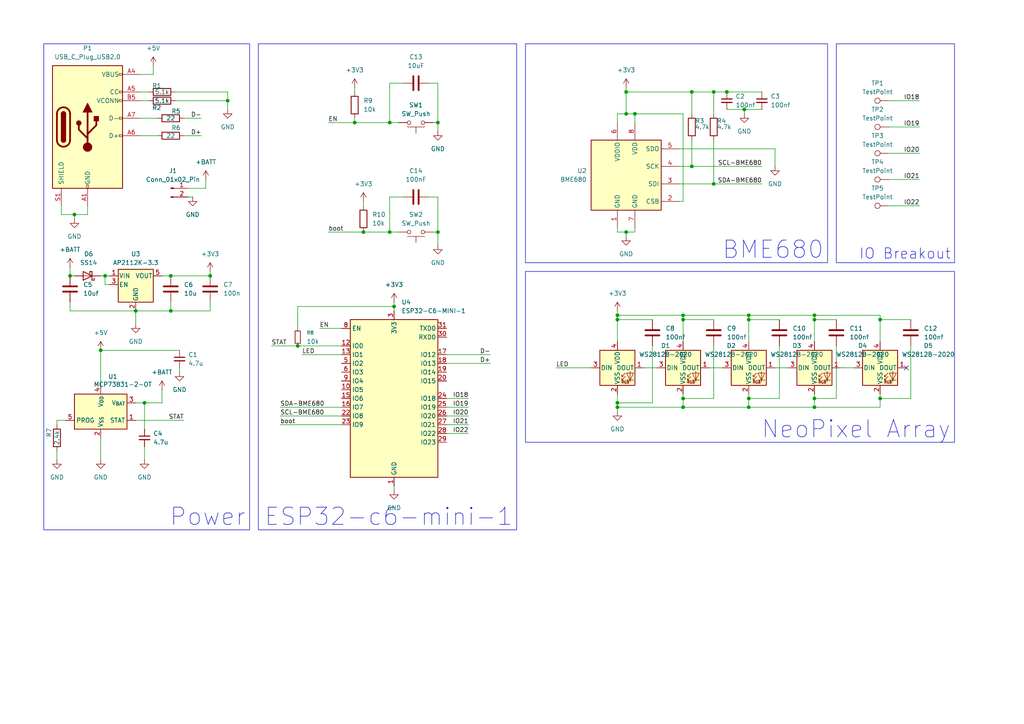
<source format=kicad_sch>
(kicad_sch (version 20250114) (generator "eeschema") (generator_version "9.0")
  (paper "A4")
  (lib_symbols
    (symbol "Battery_Management:MCP73831-2-OT"
      (property "Reference" "U" (at -7.62 6.35 0))
      (property "Value" "MCP73831-2-OT" (at 1.27 6.35 0))
      (symbol "MCP73831-2-OT_0_1"
        (rectangle (start -7.62 5.08) (end 7.62 -5.08) (stroke (width 0.254)) (fill (type background)))
      )
      (symbol "MCP73831-2-OT_1_1"
        (pin input line (at -10.16 -2.54 0) (length 2.54) (name "PROG") (number "5"))
        (pin power_in line (at 0 7.62 270) (length 2.54) (name "V_{DD}") (number "4"))
        (pin power_in line (at 0 -7.62 90) (length 2.54) (name "V_{SS}") (number "2"))
        (pin power_out line (at 10.16 2.54 180) (length 2.54) (name "V_{BAT}") (number "3"))
        (pin tri_state line (at 10.16 -2.54 180) (length 2.54) (name "STAT") (number "1"))
      )
    )
    (symbol "Connector:Conn_01x02_Pin" (pin_names (offset 1.016) (hide yes))
      (property "Reference" "J" (at 0 2.54 0))
      (property "Value" "Conn_01x02_Pin" (at 0 -5.08 0))
      (symbol "Conn_01x02_Pin_1_1"
        (rectangle (start 0.8636 0.127) (end 0 -0.127) (stroke (width 0.1524)) (fill (type outline)))
        (rectangle (start 0.8636 -2.413) (end 0 -2.667) (stroke (width 0.1524)) (fill (type outline)))
        (polyline (pts (xy 1.27 0) (xy 0.8636 0)) (stroke (width 0.1524)))
        (polyline (pts (xy 1.27 -2.54) (xy 0.8636 -2.54)) (stroke (width 0.1524)))
        (pin passive line (at 5.08 0 180) (length 3.81) (name "Pin_1") (number "1"))
        (pin passive line (at 5.08 -2.54 180) (length 3.81) (name "Pin_2") (number "2"))
      )
    )
    (symbol "Connector:TestPoint" (pin_numbers (hide yes)) (pin_names (offset 0.762) (hide yes))
      (property "Reference" "TP" (at 0 6.858 0))
      (property "Value" "TestPoint" (at 0 5.08 0))
      (symbol "TestPoint_0_1"
        (circle (center 0 3.302) (radius 0.762))
      )
      (symbol "TestPoint_1_1"
        (pin passive line (at 0 0 90) (length 2.54) (name "1") (number "1"))
      )
    )
    (symbol "Connector:USB_C_Plug_USB2.0" (pin_names (offset 1.016))
      (property "Reference" "P" (at -10.16 19.05 0))
      (property "Value" "USB_C_Plug_USB2.0" (at 12.7 19.05 0))
      (symbol "USB_C_Plug_USB2.0_0_0"
        (rectangle (start -0.254 -17.78) (end 0.254 -16.764))
        (rectangle (start 10.16 15.494) (end 9.144 14.986))
        (rectangle (start 10.16 10.414) (end 9.144 9.906))
        (rectangle (start 10.16 7.874) (end 9.144 7.366))
        (rectangle (start 10.16 2.794) (end 9.144 2.286))
        (rectangle (start 10.16 -2.286) (end 9.144 -2.794))
      )
      (symbol "USB_C_Plug_USB2.0_0_1"
        (rectangle (start -10.16 17.78) (end 10.16 -17.78) (stroke (width 0.254)) (fill (type background)))
        (polyline (pts (xy -8.89 -3.81) (xy -8.89 3.81)) (stroke (width 0.508)))
        (rectangle (start -7.62 -3.81) (end -6.35 3.81) (stroke (width 0.254)) (fill (type outline)))
        (arc (start -7.62 3.81) (mid -6.985 4.4423) (end -6.35 3.81) (stroke (width 0.254)))
        (arc (start -7.62 3.81) (mid -6.985 4.4423) (end -6.35 3.81) (stroke (width 0.254)) (fill (type outline)))
        (arc (start -8.89 3.81) (mid -6.985 5.7067) (end -5.08 3.81) (stroke (width 0.508)))
        (arc (start -5.08 -3.81) (mid -6.985 -5.7067) (end -8.89 -3.81) (stroke (width 0.508)))
        (arc (start -6.35 -3.81) (mid -6.985 -4.4423) (end -7.62 -3.81) (stroke (width 0.254)))
        (arc (start -6.35 -3.81) (mid -6.985 -4.4423) (end -7.62 -3.81) (stroke (width 0.254)) (fill (type outline)))
        (polyline (pts (xy -5.08 3.81) (xy -5.08 -3.81)) (stroke (width 0.508)))
        (circle (center -2.54 1.143) (radius 0.635) (stroke (width 0.254)) (fill (type outline)))
        (polyline (pts (xy -1.27 4.318) (xy 0 6.858) (xy 1.27 4.318) (xy -1.27 4.318)) (stroke (width 0.254)) (fill (type outline)))
        (polyline (pts (xy 0 -2.032) (xy 2.54 0.508) (xy 2.54 1.778)) (stroke (width 0.508)))
        (polyline (pts (xy 0 -3.302) (xy -2.54 -0.762) (xy -2.54 0.508)) (stroke (width 0.508)))
        (polyline (pts (xy 0 -5.842) (xy 0 4.318)) (stroke (width 0.508)))
        (circle (center 0 -5.842) (radius 1.27) (fill (type outline)))
        (rectangle (start 1.905 1.778) (end 3.175 3.048) (stroke (width 0.254)) (fill (type outline)))
      )
      (symbol "USB_C_Plug_USB2.0_1_1"
        (pin passive line (at -7.62 -22.86 90) (length 5.08) (name "SHIELD") (number "S1"))
        (pin passive line (at 0 -22.86 90) (length 5.08) (name "GND") (number "A1"))
        (pin passive line (at 0 -22.86 90) (length 5.08) (hide yes) (name "GND") (number "A12"))
        (pin passive line (at 0 -22.86 90) (length 5.08) (hide yes) (name "GND") (number "B1"))
        (pin passive line (at 0 -22.86 90) (length 5.08) (hide yes) (name "GND") (number "B12"))
        (pin passive line (at 15.24 15.24 180) (length 5.08) (name "VBUS") (number "A4"))
        (pin passive line (at 15.24 15.24 180) (length 5.08) (hide yes) (name "VBUS") (number "A9"))
        (pin passive line (at 15.24 15.24 180) (length 5.08) (hide yes) (name "VBUS") (number "B4"))
        (pin passive line (at 15.24 15.24 180) (length 5.08) (hide yes) (name "VBUS") (number "B9"))
        (pin bidirectional line (at 15.24 10.16 180) (length 5.08) (name "CC") (number "A5"))
        (pin bidirectional line (at 15.24 7.62 180) (length 5.08) (name "VCONN") (number "B5"))
        (pin bidirectional line (at 15.24 2.54 180) (length 5.08) (name "D-") (number "A7"))
        (pin bidirectional line (at 15.24 -2.54 180) (length 5.08) (name "D+") (number "A6"))
      )
    )
    (symbol "Device:C" (pin_numbers (hide yes)) (pin_names (offset 0.254))
      (property "Reference" "C" (at 0.635 2.54 0))
      (property "Value" "C" (at 0.635 -2.54 0))
      (symbol "C_0_1"
        (polyline (pts (xy -2.032 0.762) (xy 2.032 0.762)) (stroke (width 0.508)))
        (polyline (pts (xy -2.032 -0.762) (xy 2.032 -0.762)) (stroke (width 0.508)))
      )
      (symbol "C_1_1"
        (pin passive line (at 0 3.81 270) (length 2.794) (name "~") (number "1"))
        (pin passive line (at 0 -3.81 90) (length 2.794) (name "~") (number "2"))
      )
    )
    (symbol "Device:C_Small" (pin_numbers (hide yes)) (pin_names (offset 0.254) (hide yes))
      (property "Reference" "C" (at 0.254 1.778 0))
      (property "Value" "C_Small" (at 0.254 -2.032 0))
      (symbol "C_Small_0_1"
        (polyline (pts (xy -1.524 0.508) (xy 1.524 0.508)) (stroke (width 0.3048)))
        (polyline (pts (xy -1.524 -0.508) (xy 1.524 -0.508)) (stroke (width 0.3302)))
      )
      (symbol "C_Small_1_1"
        (pin passive line (at 0 2.54 270) (length 2.032) (name "~") (number "1"))
        (pin passive line (at 0 -2.54 90) (length 2.032) (name "~") (number "2"))
      )
    )
    (symbol "Device:R" (pin_numbers (hide yes)) (pin_names (offset 0))
      (property "Reference" "R" (at 2.032 0 90))
      (property "Value" "R" (at 0 0 90))
      (symbol "R_0_1"
        (rectangle (start -1.016 -2.54) (end 1.016 2.54) (stroke (width 0.254)))
      )
      (symbol "R_1_1"
        (pin passive line (at 0 3.81 270) (length 1.27) (name "~") (number "1"))
        (pin passive line (at 0 -3.81 90) (length 1.27) (name "~") (number "2"))
      )
    )
    (symbol "Device:R_Small" (pin_numbers (hide yes)) (pin_names (offset 0.254) (hide yes))
      (property "Reference" "R" (at 0 0 90))
      (property "Value" "R_Small" (at 1.778 0 90))
      (symbol "R_Small_0_1"
        (rectangle (start -0.762 1.778) (end 0.762 -1.778) (stroke (width 0.2032)))
      )
      (symbol "R_Small_1_1"
        (pin passive line (at 0 2.54 270) (length 0.762) (name "~") (number "1"))
        (pin passive line (at 0 -2.54 90) (length 0.762) (name "~") (number "2"))
      )
    )
    (symbol "Diode:SS14" (pin_numbers (hide yes)) (pin_names (offset 1.016) (hide yes))
      (property "Reference" "D" (at 0 2.54 0))
      (property "Value" "SS14" (at 0 -2.54 0))
      (symbol "SS14_0_1"
        (polyline (pts (xy -1.905 0.635) (xy -1.905 1.27) (xy -1.27 1.27) (xy -1.27 -1.27) (xy -0.635 -1.27) (xy -0.635 -0.635)) (stroke (width 0.254)))
        (polyline (pts (xy 1.27 1.27) (xy 1.27 -1.27) (xy -1.27 0) (xy 1.27 1.27)) (stroke (width 0.254)))
        (polyline (pts (xy 1.27 0) (xy -1.27 0)))
      )
      (symbol "SS14_1_1"
        (pin passive line (at -3.81 0 0) (length 2.54) (name "K") (number "1"))
        (pin passive line (at 3.81 0 180) (length 2.54) (name "A") (number "2"))
      )
    )
    (symbol "LED:WS2812B-2020" (pin_names (offset 0.254))
      (property "Reference" "D" (at 5.08 5.715 0))
      (property "Value" "WS2812B-2020" (at 1.27 -5.715 0))
      (symbol "WS2812B-2020_0_0"
        (text "RGB" (at 2.286 -4.191 0) (effects (font (size 0.762 0.762))))
      )
      (symbol "WS2812B-2020_0_1"
        (polyline (pts (xy 1.27 -2.54) (xy 1.778 -2.54)))
        (polyline (pts (xy 1.27 -3.556) (xy 1.778 -3.556)))
        (polyline (pts (xy 2.286 -1.524) (xy 1.27 -2.54) (xy 1.27 -2.032)))
        (polyline (pts (xy 2.286 -2.54) (xy 1.27 -3.556) (xy 1.27 -3.048)))
        (polyline (pts (xy 3.683 -1.016) (xy 3.683 -3.556) (xy 3.683 -4.064)))
        (polyline (pts (xy 4.699 -1.524) (xy 2.667 -1.524) (xy 3.683 -3.556) (xy 4.699 -1.524)))
        (polyline (pts (xy 4.699 -3.556) (xy 2.667 -3.556)))
        (rectangle (start 5.08 5.08) (end -5.08 -5.08) (stroke (width 0.254)) (fill (type background)))
      )
      (symbol "WS2812B-2020_1_1"
        (pin input line (at -7.62 0 0) (length 2.54) (name "DIN") (number "3"))
        (pin power_in line (at 0 7.62 270) (length 2.54) (name "VDD") (number "4"))
        (pin power_in line (at 0 -7.62 90) (length 2.54) (name "VSS") (number "2"))
        (pin output line (at 7.62 0 180) (length 2.54) (name "DOUT") (number "1"))
      )
    )
    (symbol "RF_Module:ESP32-C6-MINI-1"
      (property "Reference" "U" (at -11.43 24.13 0))
      (property "Value" "ESP32-C6-MINI-1" (at 12.7 24.13 0))
      (symbol "ESP32-C6-MINI-1_0_1"
        (rectangle (start -12.7 22.86) (end 12.7 -22.86) (stroke (width 0.254)) (fill (type background)))
      )
      (symbol "ESP32-C6-MINI-1_1_1"
        (pin input line (at -15.24 20.32 0) (length 2.54) (name "EN") (number "8"))
        (pin bidirectional line (at -15.24 15.24 0) (length 2.54) (name "IO0") (number "12"))
        (pin bidirectional line (at -15.24 12.7 0) (length 2.54) (name "IO1") (number "13"))
        (pin bidirectional line (at -15.24 10.16 0) (length 2.54) (name "IO2") (number "5"))
        (pin bidirectional line (at -15.24 7.62 0) (length 2.54) (name "IO3") (number "6"))
        (pin bidirectional line (at -15.24 5.08 0) (length 2.54) (name "IO4") (number "9"))
        (pin bidirectional line (at -15.24 2.54 0) (length 2.54) (name "IO5") (number "10"))
        (pin bidirectional line (at -15.24 0 0) (length 2.54) (name "IO6") (number "15"))
        (pin bidirectional line (at -15.24 -2.54 0) (length 2.54) (name "IO7") (number "16"))
        (pin bidirectional line (at -15.24 -5.08 0) (length 2.54) (name "IO8") (number "22"))
        (pin bidirectional line (at -15.24 -7.62 0) (length 2.54) (name "IO9") (number "23"))
        (pin no_connect line (at -12.7 -12.7 0) (length 2.54) (hide yes) (name "NC") (number "32"))
        (pin no_connect line (at -12.7 -15.24 0) (length 2.54) (hide yes) (name "NC") (number "33"))
        (pin no_connect line (at -12.7 -17.78 0) (length 2.54) (hide yes) (name "NC") (number "34"))
        (pin no_connect line (at -12.7 -20.32 0) (length 2.54) (hide yes) (name "NC") (number "35"))
        (pin power_in line (at 0 25.4 270) (length 2.54) (name "3V3") (number "3"))
        (pin power_in line (at 0 -25.4 90) (length 2.54) (name "GND") (number "1"))
        (pin passive line (at 0 -25.4 90) (length 2.54) (hide yes) (name "GND") (number "11"))
        (pin passive line (at 0 -25.4 90) (length 2.54) (hide yes) (name "GND") (number "14"))
        (pin passive line (at 0 -25.4 90) (length 2.54) (hide yes) (name "GND") (number "2"))
        (pin passive line (at 0 -25.4 90) (length 2.54) (hide yes) (name "GND") (number "36"))
        (pin passive line (at 0 -25.4 90) (length 2.54) (hide yes) (name "GND") (number "37"))
        (pin passive line (at 0 -25.4 90) (length 2.54) (hide yes) (name "GND") (number "38"))
        (pin passive line (at 0 -25.4 90) (length 2.54) (hide yes) (name "GND") (number "39"))
        (pin passive line (at 0 -25.4 90) (length 2.54) (hide yes) (name "GND") (number "40"))
        (pin passive line (at 0 -25.4 90) (length 2.54) (hide yes) (name "GND") (number "41"))
        (pin passive line (at 0 -25.4 90) (length 2.54) (hide yes) (name "GND") (number "42"))
        (pin passive line (at 0 -25.4 90) (length 2.54) (hide yes) (name "GND") (number "43"))
        (pin passive line (at 0 -25.4 90) (length 2.54) (hide yes) (name "GND") (number "44"))
        (pin passive line (at 0 -25.4 90) (length 2.54) (hide yes) (name "GND") (number "45"))
        (pin passive line (at 0 -25.4 90) (length 2.54) (hide yes) (name "GND") (number "46"))
        (pin passive line (at 0 -25.4 90) (length 2.54) (hide yes) (name "GND") (number "47"))
        (pin passive line (at 0 -25.4 90) (length 2.54) (hide yes) (name "GND") (number "48"))
        (pin passive line (at 0 -25.4 90) (length 2.54) (hide yes) (name "GND") (number "49"))
        (pin passive line (at 0 -25.4 90) (length 2.54) (hide yes) (name "GND") (number "50"))
        (pin passive line (at 0 -25.4 90) (length 2.54) (hide yes) (name "GND") (number "51"))
        (pin passive line (at 0 -25.4 90) (length 2.54) (hide yes) (name "GND") (number "52"))
        (pin passive line (at 0 -25.4 90) (length 2.54) (hide yes) (name "GND") (number "53"))
        (pin no_connect line (at 12.7 -15.24 180) (length 2.54) (hide yes) (name "NC") (number "4"))
        (pin no_connect line (at 12.7 -17.78 180) (length 2.54) (hide yes) (name "NC") (number "7"))
        (pin no_connect line (at 12.7 -20.32 180) (length 2.54) (hide yes) (name "NC") (number "21"))
        (pin bidirectional line (at 15.24 20.32 180) (length 2.54) (name "TXD0") (number "31"))
        (pin bidirectional line (at 15.24 17.78 180) (length 2.54) (name "RXD0") (number "30"))
        (pin bidirectional line (at 15.24 12.7 180) (length 2.54) (name "IO12") (number "17"))
        (pin bidirectional line (at 15.24 10.16 180) (length 2.54) (name "IO13") (number "18"))
        (pin bidirectional line (at 15.24 7.62 180) (length 2.54) (name "IO14") (number "19"))
        (pin bidirectional line (at 15.24 5.08 180) (length 2.54) (name "IO15") (number "20"))
        (pin bidirectional line (at 15.24 0 180) (length 2.54) (name "IO18") (number "24"))
        (pin bidirectional line (at 15.24 -2.54 180) (length 2.54) (name "IO19") (number "25"))
        (pin bidirectional line (at 15.24 -5.08 180) (length 2.54) (name "IO20") (number "26"))
        (pin bidirectional line (at 15.24 -7.62 180) (length 2.54) (name "IO21") (number "27"))
        (pin bidirectional line (at 15.24 -10.16 180) (length 2.54) (name "IO22") (number "28"))
        (pin bidirectional line (at 15.24 -12.7 180) (length 2.54) (name "IO23") (number "29"))
      )
    )
    (symbol "Regulator_Linear:AP2112K-3.3" (pin_names (offset 0.254))
      (property "Reference" "U" (at -5.08 5.715 0))
      (property "Value" "AP2112K-3.3" (at 0 5.715 0))
      (symbol "AP2112K-3.3_0_1"
        (rectangle (start -5.08 4.445) (end 5.08 -5.08) (stroke (width 0.254)) (fill (type background)))
      )
      (symbol "AP2112K-3.3_1_1"
        (pin power_in line (at -7.62 2.54 0) (length 2.54) (name "VIN") (number "1"))
        (pin input line (at -7.62 0 0) (length 2.54) (name "EN") (number "3"))
        (pin power_in line (at 0 -7.62 90) (length 2.54) (name "GND") (number "2"))
        (pin no_connect line (at 5.08 0 180) (length 2.54) (hide yes) (name "NC") (number "4"))
        (pin power_out line (at 7.62 2.54 180) (length 2.54) (name "VOUT") (number "5"))
      )
    )
    (symbol "Sensor:BME680"
      (property "Reference" "U" (at -8.89 11.43 0))
      (property "Value" "BME680" (at 7.62 11.43 0))
      (symbol "BME680_0_1"
        (rectangle (start -10.16 10.16) (end 10.16 -10.16) (stroke (width 0.254)) (fill (type background)))
      )
      (symbol "BME680_1_1"
        (pin power_in line (at -2.54 15.24 270) (length 5.08) (name "VDDIO") (number "6"))
        (pin power_in line (at -2.54 -15.24 90) (length 5.08) (name "GND") (number "1"))
        (pin power_in line (at 2.54 15.24 270) (length 5.08) (name "VDD") (number "8"))
        (pin power_in line (at 2.54 -15.24 90) (length 5.08) (name "GND") (number "7"))
        (pin bidirectional line (at 15.24 7.62 180) (length 5.08) (name "SDO") (number "5"))
        (pin input line (at 15.24 2.54 180) (length 5.08) (name "SCK") (number "4"))
        (pin bidirectional line (at 15.24 -2.54 180) (length 5.08) (name "SDI") (number "3"))
        (pin input line (at 15.24 -7.62 180) (length 5.08) (name "CSB") (number "2"))
      )
    )
    (symbol "Switch:SW_Push" (pin_numbers (hide yes)) (pin_names (offset 1.016) (hide yes))
      (property "Reference" "SW" (at 1.27 2.54 0))
      (property "Value" "SW_Push" (at 0 -1.524 0))
      (symbol "SW_Push_0_1"
        (circle (center -2.032 0) (radius 0.508))
        (polyline (pts (xy 0 1.27) (xy 0 3.048)))
        (circle (center 2.032 0) (radius 0.508))
        (polyline (pts (xy 2.54 1.27) (xy -2.54 1.27)))
        (pin passive line (at -5.08 0 0) (length 2.54) (name "1") (number "1"))
        (pin passive line (at 5.08 0 180) (length 2.54) (name "2") (number "2"))
      )
    )
    (symbol "power:+3V3" (power) (pin_numbers (hide yes)) (pin_names (offset 0) (hide yes))
      (property "Value" "+3V3" (at 0 3.556 0))
      (symbol "+3V3_0_1"
        (polyline (pts (xy -0.762 1.27) (xy 0 2.54)))
        (polyline (pts (xy 0 2.54) (xy 0.762 1.27)))
        (polyline (pts (xy 0 0) (xy 0 2.54)))
      )
      (symbol "+3V3_1_1"
        (pin power_in line (at 0 0 90) (length 0) (name "~") (number "1"))
      )
    )
    (symbol "power:+5V" (power) (pin_numbers (hide yes)) (pin_names (offset 0) (hide yes))
      (property "Value" "+5V" (at 0 3.556 0))
      (symbol "+5V_0_1"
        (polyline (pts (xy -0.762 1.27) (xy 0 2.54)))
        (polyline (pts (xy 0 2.54) (xy 0.762 1.27)))
        (polyline (pts (xy 0 0) (xy 0 2.54)))
      )
      (symbol "+5V_1_1"
        (pin power_in line (at 0 0 90) (length 0) (name "~") (number "1"))
      )
    )
    (symbol "power:+BATT" (power) (pin_numbers (hide yes)) (pin_names (offset 0) (hide yes))
      (property "Value" "+BATT" (at 0 3.556 0))
      (symbol "+BATT_0_1"
        (polyline (pts (xy -0.762 1.27) (xy 0 2.54)))
        (polyline (pts (xy 0 2.54) (xy 0.762 1.27)))
        (polyline (pts (xy 0 0) (xy 0 2.54)))
      )
      (symbol "+BATT_1_1"
        (pin power_in line (at 0 0 90) (length 0) (name "~") (number "1"))
      )
    )
    (symbol "power:GND" (power) (pin_numbers (hide yes)) (pin_names (offset 0) (hide yes))
      (property "Value" "GND" (at 0 -3.81 0))
      (symbol "GND_0_1"
        (polyline (pts (xy 0 0) (xy 0 -1.27) (xy 1.27 -1.27) (xy 0 -2.54) (xy -1.27 -1.27) (xy 0 -1.27)))
      )
      (symbol "GND_1_1"
        (pin power_in line (at 0 0 270) (length 0) (name "~") (number "1"))
      )
    )
  )
  (text_box "ESP32-c6-mini-1" (at 74.93 12.7 0) (size 74.93 140.97) (margins 0.9525 0.9525 0.9525 0.9525) (effects (font (size 5 5)) (justify right bottom)))
  (text_box "NeoPixel Array" (at 152.4 78.74 0) (size 124.46 49.53) (margins 0.9525 0.9525 0.9525 0.9525) (effects (font (size 5 5)) (justify right bottom)))
  (text_box "IO Breakout" (at 242.57 12.7 0) (size 34.29 63.5) (margins 0.9525 0.9525 0.9525 0.9525) (effects (font (size 3 3)) (justify right bottom)))
  (text_box "Power" (at 12.7 12.7 0) (size 59.69 140.97) (margins 0.9525 0.9525 0.9525 0.9525) (effects (font (size 5 5)) (justify right bottom)))
  (text_box "BME680" (at 152.4 12.7 0) (size 87.63 63.5) (margins 0.9525 0.9525 0.9525 0.9525) (effects (font (size 5 5)) (justify right bottom)))
  (junction (at 127 35.56))
  (junction (at 198.12 92.71))
  (junction (at 20.32 80.01))
  (junction (at 21.59 62.23))
  (junction (at 113.03 67.31))
  (junction (at 200.66 26.67))
  (junction (at 236.22 118.11))
  (junction (at 236.22 115.57))
  (junction (at 30.48 80.01))
  (junction (at 217.17 115.57))
  (junction (at 181.61 26.67))
  (junction (at 210.82 26.67))
  (junction (at 198.12 118.11))
  (junction (at 184.15 33.02))
  (junction (at 179.07 118.11))
  (junction (at 179.07 116.84))
  (junction (at 113.03 35.56))
  (junction (at 255.27 92.71))
  (junction (at 86.36 100.33))
  (junction (at 66.04 29.21))
  (junction (at 49.53 80.01))
  (junction (at 49.53 90.17))
  (junction (at 114.3 88.9))
  (junction (at 102.87 35.56))
  (junction (at 198.12 91.44))
  (junction (at 217.17 91.44))
  (junction (at 60.96 80.01))
  (junction (at 217.17 92.71))
  (junction (at 198.12 115.57))
  (junction (at 207.01 26.67))
  (junction (at 255.27 115.57))
  (junction (at 179.07 92.71))
  (junction (at 215.9 31.75))
  (junction (at 105.41 67.31))
  (junction (at 127 67.31))
  (junction (at 39.37 90.17))
  (junction (at 207.01 53.34))
  (junction (at 29.21 101.6))
  (junction (at 181.61 33.02))
  (junction (at 179.07 91.44))
  (junction (at 236.22 92.71))
  (junction (at 217.17 118.11))
  (junction (at 200.66 48.26))
  (junction (at 236.22 91.44))
  (junction (at 41.91 116.84))
  (junction (at 181.61 67.31))
  (no_connect (at 262.89 106.68))
  (wire (pts (xy 179.07 116.84) (xy 179.07 118.11)))
  (wire (pts (xy 242.57 115.57) (xy 236.22 115.57)))
  (wire (pts (xy 39.37 90.17) (xy 49.53 90.17)))
  (wire (pts (xy 198.12 33.02) (xy 184.15 33.02)))
  (wire (pts (xy 46.99 113.03) (xy 46.99 116.84)))
  (wire (pts (xy 224.79 43.18) (xy 224.79 48.26)))
  (wire (pts (xy 135.89 123.19) (xy 129.54 123.19)))
  (wire (pts (xy 198.12 91.44) (xy 217.17 91.44)))
  (wire (pts (xy 86.36 100.33) (xy 99.06 100.33)))
  (wire (pts (xy 226.06 100.33) (xy 226.06 115.57)))
  (wire (pts (xy 20.32 90.17) (xy 39.37 90.17)))
  (wire (pts (xy 127 57.15) (xy 127 67.31)))
  (wire (pts (xy 236.22 118.11) (xy 217.17 118.11)))
  (wire (pts (xy 196.85 43.18) (xy 224.79 43.18)))
  (wire (pts (xy 16.51 121.92) (xy 16.51 123.19)))
  (wire (pts (xy 102.87 34.29) (xy 102.87 35.56)))
  (wire (pts (xy 142.24 105.41) (xy 129.54 105.41)))
  (wire (pts (xy 196.85 58.42) (xy 198.12 58.42)))
  (wire (pts (xy 200.66 40.64) (xy 200.66 48.26)))
  (wire (pts (xy 21.59 80.01) (xy 20.32 80.01)))
  (wire (pts (xy 40.64 29.21) (xy 43.18 29.21)))
  (wire (pts (xy 198.12 99.06) (xy 198.12 92.71)))
  (wire (pts (xy 266.7 59.69) (xy 257.81 59.69)))
  (wire (pts (xy 135.89 125.73) (xy 129.54 125.73)))
  (wire (pts (xy 20.32 77.47) (xy 20.32 80.01)))
  (wire (pts (xy 114.3 142.24) (xy 114.3 140.97)))
  (wire (pts (xy 29.21 101.6) (xy 52.07 101.6)))
  (wire (pts (xy 264.16 100.33) (xy 264.16 115.57)))
  (wire (pts (xy 40.64 39.37) (xy 45.72 39.37)))
  (wire (pts (xy 236.22 92.71) (xy 242.57 92.71)))
  (wire (pts (xy 196.85 48.26) (xy 200.66 48.26)))
  (wire (pts (xy 60.96 78.74) (xy 60.96 80.01)))
  (wire (pts (xy 181.61 67.31) (xy 184.15 67.31)))
  (wire (pts (xy 236.22 91.44) (xy 255.27 91.44)))
  (wire (pts (xy 207.01 26.67) (xy 210.82 26.67)))
  (wire (pts (xy 25.4 59.69) (xy 25.4 62.23)))
  (wire (pts (xy 41.91 116.84) (xy 39.37 116.84)))
  (wire (pts (xy 200.66 26.67) (xy 200.66 33.02)))
  (wire (pts (xy 105.41 58.42) (xy 105.41 59.69)))
  (wire (pts (xy 266.7 44.45) (xy 257.81 44.45)))
  (wire (pts (xy 189.23 100.33) (xy 189.23 116.84)))
  (wire (pts (xy 49.53 87.63) (xy 49.53 90.17)))
  (wire (pts (xy 116.84 24.13) (xy 113.03 24.13)))
  (wire (pts (xy 198.12 92.71) (xy 198.12 91.44)))
  (wire (pts (xy 102.87 25.4) (xy 102.87 26.67)))
  (wire (pts (xy 125.73 67.31) (xy 127 67.31)))
  (wire (pts (xy 116.84 57.15) (xy 113.03 57.15)))
  (wire (pts (xy 16.51 133.35) (xy 16.51 130.81)))
  (wire (pts (xy 19.05 121.92) (xy 16.51 121.92)))
  (wire (pts (xy 81.28 118.11) (xy 99.06 118.11)))
  (wire (pts (xy 31.75 82.55) (xy 30.48 82.55)))
  (wire (pts (xy 236.22 115.57) (xy 236.22 118.11)))
  (wire (pts (xy 17.78 59.69) (xy 17.78 62.23)))
  (wire (pts (xy 198.12 92.71) (xy 207.01 92.71)))
  (wire (pts (xy 181.61 33.02) (xy 184.15 33.02)))
  (wire (pts (xy 52.07 107.95) (xy 52.07 106.68)))
  (wire (pts (xy 113.03 67.31) (xy 115.57 67.31)))
  (wire (pts (xy 189.23 116.84) (xy 179.07 116.84)))
  (wire (pts (xy 179.07 92.71) (xy 189.23 92.71)))
  (wire (pts (xy 215.9 33.02) (xy 215.9 31.75)))
  (wire (pts (xy 179.07 66.04) (xy 179.07 67.31)))
  (wire (pts (xy 127 24.13) (xy 127 35.56)))
  (wire (pts (xy 40.64 26.67) (xy 43.18 26.67)))
  (wire (pts (xy 181.61 25.4) (xy 181.61 26.67)))
  (wire (pts (xy 54.61 54.61) (xy 59.69 54.61)))
  (wire (pts (xy 113.03 35.56) (xy 115.57 35.56)))
  (wire (pts (xy 39.37 90.17) (xy 39.37 93.98)))
  (wire (pts (xy 198.12 118.11) (xy 217.17 118.11)))
  (wire (pts (xy 81.28 120.65) (xy 99.06 120.65)))
  (wire (pts (xy 179.07 114.3) (xy 179.07 116.84)))
  (wire (pts (xy 102.87 35.56) (xy 113.03 35.56)))
  (wire (pts (xy 207.01 40.64) (xy 207.01 53.34)))
  (wire (pts (xy 200.66 48.26) (xy 220.98 48.26)))
  (wire (pts (xy 266.7 36.83) (xy 257.81 36.83)))
  (wire (pts (xy 200.66 26.67) (xy 207.01 26.67)))
  (wire (pts (xy 86.36 88.9) (xy 114.3 88.9)))
  (wire (pts (xy 179.07 35.56) (xy 179.07 33.02)))
  (wire (pts (xy 179.07 33.02) (xy 181.61 33.02)))
  (wire (pts (xy 179.07 118.11) (xy 179.07 119.38)))
  (wire (pts (xy 50.8 29.21) (xy 66.04 29.21)))
  (wire (pts (xy 95.25 35.56) (xy 102.87 35.56)))
  (wire (pts (xy 226.06 115.57) (xy 217.17 115.57)))
  (wire (pts (xy 198.12 118.11) (xy 198.12 115.57)))
  (wire (pts (xy 255.27 92.71) (xy 255.27 99.06)))
  (wire (pts (xy 59.69 54.61) (xy 59.69 52.07)))
  (wire (pts (xy 127 35.56) (xy 127 38.1)))
  (wire (pts (xy 186.69 106.68) (xy 190.5 106.68)))
  (wire (pts (xy 29.21 101.6) (xy 29.21 111.76)))
  (wire (pts (xy 217.17 118.11) (xy 217.17 115.57)))
  (wire (pts (xy 44.45 21.59) (xy 44.45 19.05)))
  (wire (pts (xy 255.27 91.44) (xy 255.27 92.71)))
  (wire (pts (xy 255.27 115.57) (xy 255.27 118.11)))
  (wire (pts (xy 39.37 121.92) (xy 53.34 121.92)))
  (wire (pts (xy 198.12 91.44) (xy 179.07 91.44)))
  (wire (pts (xy 114.3 88.9) (xy 114.3 90.17)))
  (wire (pts (xy 50.8 26.67) (xy 66.04 26.67)))
  (wire (pts (xy 125.73 35.56) (xy 127 35.56)))
  (wire (pts (xy 198.12 58.42) (xy 198.12 33.02)))
  (wire (pts (xy 46.99 80.01) (xy 49.53 80.01)))
  (wire (pts (xy 217.17 115.57) (xy 217.17 114.3)))
  (wire (pts (xy 184.15 66.04) (xy 184.15 67.31)))
  (wire (pts (xy 54.61 57.15) (xy 55.88 57.15)))
  (wire (pts (xy 30.48 80.01) (xy 29.21 80.01)))
  (wire (pts (xy 179.07 118.11) (xy 198.12 118.11)))
  (wire (pts (xy 135.89 115.57) (xy 129.54 115.57)))
  (wire (pts (xy 41.91 133.35) (xy 41.91 129.54)))
  (wire (pts (xy 31.75 80.01) (xy 30.48 80.01)))
  (wire (pts (xy 220.98 53.34) (xy 207.01 53.34)))
  (wire (pts (xy 179.07 91.44) (xy 179.07 92.71)))
  (wire (pts (xy 135.89 118.11) (xy 129.54 118.11)))
  (wire (pts (xy 53.34 39.37) (xy 58.42 39.37)))
  (wire (pts (xy 184.15 33.02) (xy 184.15 35.56)))
  (wire (pts (xy 113.03 57.15) (xy 113.03 67.31)))
  (wire (pts (xy 266.7 29.21) (xy 257.81 29.21)))
  (wire (pts (xy 255.27 92.71) (xy 264.16 92.71)))
  (wire (pts (xy 25.4 62.23) (xy 21.59 62.23)))
  (wire (pts (xy 179.07 67.31) (xy 181.61 67.31)))
  (wire (pts (xy 255.27 118.11) (xy 236.22 118.11)))
  (wire (pts (xy 81.28 123.19) (xy 99.06 123.19)))
  (wire (pts (xy 255.27 114.3) (xy 255.27 115.57)))
  (wire (pts (xy 207.01 115.57) (xy 198.12 115.57)))
  (wire (pts (xy 29.21 133.35) (xy 29.21 127)))
  (wire (pts (xy 181.61 68.58) (xy 181.61 67.31)))
  (wire (pts (xy 215.9 31.75) (xy 220.98 31.75)))
  (wire (pts (xy 78.74 100.33) (xy 86.36 100.33)))
  (wire (pts (xy 46.99 116.84) (xy 41.91 116.84)))
  (wire (pts (xy 161.29 106.68) (xy 171.45 106.68)))
  (wire (pts (xy 135.89 120.65) (xy 129.54 120.65)))
  (wire (pts (xy 92.71 95.25) (xy 99.06 95.25)))
  (wire (pts (xy 87.63 102.87) (xy 99.06 102.87)))
  (wire (pts (xy 236.22 114.3) (xy 236.22 115.57)))
  (wire (pts (xy 17.78 62.23) (xy 21.59 62.23)))
  (wire (pts (xy 196.85 53.34) (xy 207.01 53.34)))
  (wire (pts (xy 242.57 100.33) (xy 242.57 115.57)))
  (wire (pts (xy 53.34 34.29) (xy 58.42 34.29)))
  (wire (pts (xy 243.84 106.68) (xy 247.65 106.68)))
  (wire (pts (xy 66.04 26.67) (xy 66.04 29.21)))
  (wire (pts (xy 86.36 95.25) (xy 86.36 88.9)))
  (wire (pts (xy 205.74 106.68) (xy 209.55 106.68)))
  (wire (pts (xy 264.16 115.57) (xy 255.27 115.57)))
  (wire (pts (xy 198.12 115.57) (xy 198.12 114.3)))
  (wire (pts (xy 217.17 91.44) (xy 236.22 91.44)))
  (wire (pts (xy 181.61 26.67) (xy 200.66 26.67)))
  (wire (pts (xy 207.01 100.33) (xy 207.01 115.57)))
  (wire (pts (xy 114.3 87.63) (xy 114.3 88.9)))
  (wire (pts (xy 60.96 90.17) (xy 60.96 87.63)))
  (wire (pts (xy 217.17 91.44) (xy 217.17 92.71)))
  (wire (pts (xy 66.04 29.21) (xy 66.04 31.75)))
  (wire (pts (xy 124.46 57.15) (xy 127 57.15)))
  (wire (pts (xy 124.46 24.13) (xy 127 24.13)))
  (wire (pts (xy 207.01 33.02) (xy 207.01 26.67)))
  (wire (pts (xy 40.64 21.59) (xy 44.45 21.59)))
  (wire (pts (xy 20.32 87.63) (xy 20.32 90.17)))
  (wire (pts (xy 142.24 102.87) (xy 129.54 102.87)))
  (wire (pts (xy 217.17 92.71) (xy 217.17 99.06)))
  (wire (pts (xy 266.7 52.07) (xy 257.81 52.07)))
  (wire (pts (xy 179.07 92.71) (xy 179.07 99.06)))
  (wire (pts (xy 30.48 82.55) (xy 30.48 80.01)))
  (wire (pts (xy 40.64 34.29) (xy 45.72 34.29)))
  (wire (pts (xy 113.03 24.13) (xy 113.03 35.56)))
  (wire (pts (xy 49.53 90.17) (xy 60.96 90.17)))
  (wire (pts (xy 224.79 106.68) (xy 228.6 106.68)))
  (wire (pts (xy 210.82 26.67) (xy 220.98 26.67)))
  (wire (pts (xy 179.07 90.17) (xy 179.07 91.44)))
  (wire (pts (xy 210.82 31.75) (xy 215.9 31.75)))
  (wire (pts (xy 49.53 80.01) (xy 60.96 80.01)))
  (wire (pts (xy 21.59 63.5) (xy 21.59 62.23)))
  (wire (pts (xy 95.25 67.31) (xy 105.41 67.31)))
  (wire (pts (xy 236.22 92.71) (xy 236.22 99.06)))
  (wire (pts (xy 105.41 67.31) (xy 113.03 67.31)))
  (wire (pts (xy 236.22 91.44) (xy 236.22 92.71)))
  (wire (pts (xy 41.91 124.46) (xy 41.91 116.84)))
  (wire (pts (xy 127 67.31) (xy 127 71.12)))
  (wire (pts (xy 181.61 26.67) (xy 181.61 33.02)))
  (wire (pts (xy 217.17 92.71) (xy 226.06 92.71)))
  (label "SDA-BME680" (at 81.28 118.11 0))
  (label "IO19" (at 266.7 36.83 180))
  (label "STAT" (at 53.34 121.92 180))
  (label "boot" (at 81.28 123.19 0))
  (label "LED" (at 87.63 102.87 0))
  (label "IO18" (at 266.7 29.21 180))
  (label "D-" (at 58.42 34.29 180))
  (label "IO21" (at 266.7 52.07 180))
  (label "IO20" (at 266.7 44.45 180))
  (label "IO18" (at 135.89 115.57 180))
  (label "SCL-BME680" (at 81.28 120.65 0))
  (label "D+" (at 142.24 105.41 180))
  (label "EN" (at 92.71 95.25 0))
  (label "D-" (at 142.24 102.87 180))
  (label "boot" (at 95.25 67.31 0))
  (label "SDA-BME680" (at 220.98 53.34 180))
  (label "IO22" (at 266.7 59.69 180))
  (label "IO19" (at 135.89 118.11 180))
  (label "LED" (at 161.29 106.68 0))
  (label "SCL-BME680" (at 220.98 48.26 180))
  (label "EN" (at 95.25 35.56 0))
  (label "IO20" (at 135.89 120.65 180))
  (label "IO22" (at 135.89 125.73 180))
  (label "STAT" (at 78.74 100.33 0))
  (label "IO21" (at 135.89 123.19 180))
  (label "D+" (at 58.42 39.37 180))
  (symbol (lib_id "power:+3V3") (at 114.3 87.63 0) (unit 1)
    (property "Reference" "#PWR013" (effects (hide yes)))
    (property "Value" "+3V3" (at 114.3 82.55 0))
    (property "Description" "Power symbol creates a global label with name \"+3V3\"" (effects (hide yes)))
  )
  (symbol (lib_id "Device:C") (at 60.96 83.82 0) (unit 1)
    (property "Reference" "C7" (at 64.77 82.5499 0) (effects (justify left)))
    (property "Value" "100n" (at 64.77 85.0899 0) (effects (justify left)))
    (property "Footprint" "Capacitor_SMD:C_0402_1005Metric" (effects (hide yes)))
    (property "Description" "Unpolarized capacitor" (effects (hide yes)))
  )
  (symbol (lib_id "power:GND") (at 52.07 107.95 0) (unit 1)
    (property "Reference" "#PWR04" (effects (hide yes)))
    (property "Value" "GND" (at 52.07 113.03 0))
    (property "Description" "Power symbol creates a global label with name \"GND\" , ground" (effects (hide yes)))
  )
  (symbol (lib_id "power:GND") (at 114.3 142.24 0) (unit 1)
    (property "Reference" "#PWR016" (effects (hide yes)))
    (property "Value" "GND" (at 114.3 147.32 0))
    (property "Description" "Power symbol creates a global label with name \"GND\" , ground" (effects (hide yes)))
  )
  (symbol (lib_id "Connector:TestPoint") (at 257.81 44.45 90) (unit 1)
    (property "Reference" "TP3" (at 254.508 39.37 90))
    (property "Value" "TestPoint" (at 254.508 41.91 90))
    (property "Description" "test point" (effects (hide yes)))
  )
  (symbol (lib_id "LED:WS2812B-2020") (at 217.17 106.68 0) (unit 1)
    (property "Reference" "D3" (at 231.14 100.2598 0))
    (property "Value" "WS2812B-2020" (at 231.14 102.7998 0))
    (property "Footprint" "LED_SMD:LED_WS2812B-2020_PLCC4_2.0x2.0mm" (effects (hide yes)))
    (property "Datasheet" "https://cdn-shop.adafruit.com/product-files/4684/4684_WS2812B-2020_V1.3_EN.pdf" (effects (hide yes)))
    (property "Description" "RGB LED with integrated controller, 2.0 x 2.0 mm, 12 mA" (effects (hide yes)))
  )
  (symbol (lib_id "Device:R") (at 49.53 39.37 90) (unit 1)
    (property "Reference" "R6" (at 51.054 37.084 90))
    (property "Value" "22" (at 49.53 39.37 90))
    (property "Footprint" "Resistor_SMD:R_0402_1005Metric" (effects (hide yes)))
    (property "Description" "Resistor" (effects (hide yes)))
  )
  (symbol (lib_id "power:GND") (at 127 71.12 0) (unit 1)
    (property "Reference" "#PWR022" (effects (hide yes)))
    (property "Value" "GND" (at 127 76.2 0))
    (property "Description" "Power symbol creates a global label with name \"GND\" , ground" (effects (hide yes)))
  )
  (symbol (lib_id "power:+3V3") (at 181.61 25.4 0) (unit 1)
    (property "Reference" "#PWR03" (effects (hide yes)))
    (property "Value" "+3V3" (at 181.61 20.32 0))
    (property "Description" "Power symbol creates a global label with name \"+3V3\"" (effects (hide yes)))
  )
  (symbol (lib_id "Device:C") (at 120.65 57.15 90) (unit 1)
    (property "Reference" "C14" (at 120.65 49.53 90))
    (property "Value" "100nF" (at 120.65 52.07 90))
    (property "Footprint" "Capacitor_SMD:C_0402_1005Metric" (effects (hide yes)))
    (property "Description" "Unpolarized capacitor" (effects (hide yes)))
  )
  (symbol (lib_id "power:+5V") (at 44.45 19.05 0) (unit 1)
    (property "Reference" "#PWR02" (effects (hide yes)))
    (property "Value" "+5V" (at 44.45 13.97 0))
    (property "Description" "Power symbol creates a global label with name \"+5V\"" (effects (hide yes)))
  )
  (symbol (lib_id "Device:C_Small") (at 41.91 127 0) (unit 1)
    (property "Reference" "C4" (at 44.45 125.7362 0) (effects (justify left)))
    (property "Value" "4.7u" (at 44.45 128.2762 0) (effects (justify left)))
    (property "Footprint" "Capacitor_SMD:C_0402_1005Metric" (effects (hide yes)))
    (property "Description" "Unpolarized capacitor, small symbol" (effects (hide yes)))
  )
  (symbol (lib_id "Connector:Conn_01x02_Pin") (at 49.53 54.61 0) (unit 1)
    (property "Reference" "J1" (at 50.165 49.53 0))
    (property "Value" "Conn_01x02_Pin" (at 50.165 52.07 0))
    (property "Footprint" "Connector_PinHeader_1.00mm:PinHeader_2x01_P1.00mm_Vertical" (effects (hide yes)))
    (property "Description" "Generic connector, single row, 01x02, script generated" (effects (hide yes)))
  )
  (symbol (lib_id "LED:WS2812B-2020") (at 198.12 106.68 0) (unit 1)
    (property "Reference" "D2" (at 212.09 100.2598 0))
    (property "Value" "WS2812B-2020" (at 212.09 102.7998 0))
    (property "Footprint" "LED_SMD:LED_WS2812B-2020_PLCC4_2.0x2.0mm" (effects (hide yes)))
    (property "Datasheet" "https://cdn-shop.adafruit.com/product-files/4684/4684_WS2812B-2020_V1.3_EN.pdf" (effects (hide yes)))
    (property "Description" "RGB LED with integrated controller, 2.0 x 2.0 mm, 12 mA" (effects (hide yes)))
  )
  (symbol (lib_id "Device:C_Small") (at 210.82 29.21 0) (unit 1)
    (property "Reference" "C2" (at 213.36 27.9462 0) (effects (justify left)))
    (property "Value" "100nf" (at 213.36 30.4862 0) (effects (justify left)))
    (property "Footprint" "Capacitor_SMD:C_0402_1005Metric" (effects (hide yes)))
    (property "Description" "Unpolarized capacitor, small symbol" (effects (hide yes)))
  )
  (symbol (lib_id "power:GND") (at 16.51 133.35 0) (unit 1)
    (property "Reference" "#PWR08" (effects (hide yes)))
    (property "Value" "GND" (at 16.51 138.43 0))
    (property "Description" "Power symbol creates a global label with name \"GND\" , ground" (effects (hide yes)))
  )
  (symbol (lib_id "Connector:TestPoint") (at 257.81 59.69 90) (unit 1)
    (property "Reference" "TP5" (at 254.508 54.61 90))
    (property "Value" "TestPoint" (at 254.508 57.15 90))
    (property "Description" "test point" (effects (hide yes)))
  )
  (symbol (lib_id "power:+3V3") (at 60.96 78.74 0) (unit 1)
    (property "Reference" "#PWR014" (effects (hide yes)))
    (property "Value" "+3V3" (at 60.96 73.66 0))
    (property "Description" "Power symbol creates a global label with name \"+3V3\"" (effects (hide yes)))
  )
  (symbol (lib_id "LED:WS2812B-2020") (at 236.22 106.68 0) (unit 1)
    (property "Reference" "D4" (at 250.19 100.2598 0))
    (property "Value" "WS2812B-2020" (at 250.19 102.7998 0))
    (property "Footprint" "LED_SMD:LED_WS2812B-2020_PLCC4_2.0x2.0mm" (effects (hide yes)))
    (property "Datasheet" "https://cdn-shop.adafruit.com/product-files/4684/4684_WS2812B-2020_V1.3_EN.pdf" (effects (hide yes)))
    (property "Description" "RGB LED with integrated controller, 2.0 x 2.0 mm, 12 mA" (effects (hide yes)))
  )
  (symbol (lib_id "LED:WS2812B-2020") (at 255.27 106.68 0) (unit 1)
    (property "Reference" "D5" (at 269.24 100.2598 0))
    (property "Value" "WS2812B-2020" (at 269.24 102.7998 0))
    (property "Footprint" "LED_SMD:LED_WS2812B-2020_PLCC4_2.0x2.0mm" (effects (hide yes)))
    (property "Datasheet" "https://cdn-shop.adafruit.com/product-files/4684/4684_WS2812B-2020_V1.3_EN.pdf" (effects (hide yes)))
    (property "Description" "RGB LED with integrated controller, 2.0 x 2.0 mm, 12 mA" (effects (hide yes)))
  )
  (symbol (lib_id "power:+BATT") (at 59.69 52.07 0) (unit 1)
    (property "Reference" "#PWR024" (effects (hide yes)))
    (property "Value" "+BATT" (at 59.69 46.99 0))
    (property "Description" "Power symbol creates a global label with name \"+BATT\"" (effects (hide yes)))
  )
  (symbol (lib_id "Sensor:BME680") (at 181.61 50.8 0) (unit 1)
    (property "Reference" "U2" (at 170.18 49.5299 0) (effects (justify right)))
    (property "Value" "BME680" (at 170.18 52.0699 0) (effects (justify right)))
    (property "Footprint" "Package_LGA:Bosch_LGA-8_3x3mm_P0.8mm_ClockwisePinNumbering" (effects (hide yes)))
    (property "Datasheet" "https://ae-bst.resource.bosch.com/media/_tech/media/datasheets/BST-BME680-DS001.pdf" (effects (hide yes)))
    (property "Description" "4-in-1 sensor, gas, humidity, pressure, temperature, I2C and SPI interface, 1.71-3.6V, LGA-8" (effects (hide yes)))
  )
  (symbol (lib_id "power:+BATT") (at 46.99 113.03 0) (unit 1)
    (property "Reference" "#PWR026" (effects (hide yes)))
    (property "Value" "+BATT" (at 46.99 107.95 0))
    (property "Description" "Power symbol creates a global label with name \"+BATT\"" (effects (hide yes)))
  )
  (symbol (lib_id "power:GND") (at 29.21 133.35 0) (unit 1)
    (property "Reference" "#PWR09" (effects (hide yes)))
    (property "Value" "GND" (at 29.21 138.43 0))
    (property "Description" "Power symbol creates a global label with name \"GND\" , ground" (effects (hide yes)))
  )
  (symbol (lib_id "Device:R") (at 105.41 63.5 0) (unit 1)
    (property "Reference" "R10" (at 107.95 62.2299 0) (effects (justify left)))
    (property "Value" "10k" (at 107.95 64.7699 0) (effects (justify left)))
    (property "Footprint" "Resistor_SMD:R_0402_1005Metric" (effects (hide yes)))
    (property "Description" "Resistor" (effects (hide yes)))
  )
  (symbol (lib_id "power:GND") (at 55.88 57.15 0) (unit 1)
    (property "Reference" "#PWR019" (effects (hide yes)))
    (property "Value" "GND" (at 55.88 62.23 0))
    (property "Description" "Power symbol creates a global label with name \"GND\" , ground" (effects (hide yes)))
  )
  (symbol (lib_id "Device:R") (at 46.99 26.67 90) (unit 1)
    (property "Reference" "R1" (at 45.466 24.892 90))
    (property "Value" "5.1k" (at 46.99 26.67 90))
    (property "Footprint" "Resistor_SMD:R_0402_1005Metric" (effects (hide yes)))
    (property "Description" "Resistor" (effects (hide yes)))
  )
  (symbol (lib_id "Device:C") (at 242.57 96.52 0) (unit 1)
    (property "Reference" "C11" (at 246.38 95.2499 0) (effects (justify left)))
    (property "Value" "100nf" (at 246.38 97.7899 0) (effects (justify left)))
    (property "Footprint" "Capacitor_SMD:C_0402_1005Metric" (effects (hide yes)))
    (property "Description" "Unpolarized capacitor" (effects (hide yes)))
  )
  (symbol (lib_id "Device:R") (at 16.51 127 180) (unit 1)
    (property "Reference" "R7" (at 14.224 125.476 90))
    (property "Value" "2.4k" (at 16.51 127 90))
    (property "Footprint" "Resistor_SMD:R_0402_1005Metric" (effects (hide yes)))
    (property "Description" "Resistor" (effects (hide yes)))
  )
  (symbol (lib_id "power:GND") (at 179.07 119.38 0) (unit 1)
    (property "Reference" "#PWR018" (effects (hide yes)))
    (property "Value" "GND" (at 179.07 124.46 0))
    (property "Description" "Power symbol creates a global label with name \"GND\" , ground" (effects (hide yes)))
  )
  (symbol (lib_id "Switch:SW_Push") (at 120.65 35.56 180) (unit 1)
    (property "Reference" "SW1" (at 120.65 30.48 0))
    (property "Value" "SW_Push" (at 120.65 33.02 0))
    (property "Footprint" "Button_Switch_SMD:SW_Push_SPST_NO_Alps_SKRK" (effects (hide yes)))
    (property "Description" "Push button switch, generic, two pins" (effects (hide yes)))
  )
  (symbol (lib_id "power:GND") (at 66.04 31.75 0) (unit 1)
    (property "Reference" "#PWR06" (effects (hide yes)))
    (property "Value" "GND" (at 66.04 36.83 0))
    (property "Description" "Power symbol creates a global label with name \"GND\" , ground" (effects (hide yes)))
  )
  (symbol (lib_id "Connector:TestPoint") (at 257.81 29.21 90) (unit 1)
    (property "Reference" "TP1" (at 254.508 24.13 90))
    (property "Value" "TestPoint" (at 254.508 26.67 90))
    (property "Description" "test point" (effects (hide yes)))
  )
  (symbol (lib_id "Switch:SW_Push") (at 120.65 67.31 180) (unit 1)
    (property "Reference" "SW2" (at 120.65 62.23 0))
    (property "Value" "SW_Push" (at 120.65 64.77 0))
    (property "Footprint" "Button_Switch_SMD:SW_Push_SPST_NO_Alps_SKRK" (effects (hide yes)))
    (property "Description" "Push button switch, generic, two pins" (effects (hide yes)))
  )
  (symbol (lib_id "power:GND") (at 224.79 48.26 0) (unit 1)
    (property "Reference" "#PWR07" (effects (hide yes)))
    (property "Value" "GND" (at 224.79 53.34 0))
    (property "Description" "Power symbol creates a global label with name \"GND\" , ground" (effects (hide yes)))
  )
  (symbol (lib_id "power:+5V") (at 29.21 101.6 0) (unit 1)
    (property "Reference" "#PWR01" (effects (hide yes)))
    (property "Value" "+5V" (at 29.21 96.52 0))
    (property "Description" "Power symbol creates a global label with name \"+5V\"" (effects (hide yes)))
  )
  (symbol (lib_id "power:GND") (at 215.9 33.02 0) (unit 1)
    (property "Reference" "#PWR05" (effects (hide yes)))
    (property "Value" "GND" (at 215.9 38.1 0))
    (property "Description" "Power symbol creates a global label with name \"GND\" , ground" (effects (hide yes)))
  )
  (symbol (lib_id "Device:R") (at 49.53 34.29 90) (unit 1)
    (property "Reference" "R5" (at 51.054 32.258 90))
    (property "Value" "22" (at 49.53 34.29 90))
    (property "Footprint" "Resistor_SMD:R_0402_1005Metric" (effects (hide yes)))
    (property "Description" "Resistor" (effects (hide yes)))
  )
  (symbol (lib_id "Device:C_Small") (at 220.98 29.21 0) (unit 1)
    (property "Reference" "C3" (at 223.52 27.9462 0) (effects (justify left)))
    (property "Value" "100nf" (at 223.52 30.4862 0) (effects (justify left)))
    (property "Footprint" "Capacitor_SMD:C_0402_1005Metric" (effects (hide yes)))
    (property "Description" "Unpolarized capacitor, small symbol" (effects (hide yes)))
  )
  (symbol (lib_id "Device:C") (at 264.16 96.52 0) (unit 1)
    (property "Reference" "C12" (at 267.97 95.2499 0) (effects (justify left)))
    (property "Value" "100nf" (at 267.97 97.7899 0) (effects (justify left)))
    (property "Footprint" "Capacitor_SMD:C_0402_1005Metric" (effects (hide yes)))
    (property "Description" "Unpolarized capacitor" (effects (hide yes)))
  )
  (symbol (lib_id "power:+3V3") (at 102.87 25.4 0) (unit 1)
    (property "Reference" "#PWR020" (effects (hide yes)))
    (property "Value" "+3V3" (at 102.87 20.32 0))
    (property "Description" "Power symbol creates a global label with name \"+3V3\"" (effects (hide yes)))
  )
  (symbol (lib_id "power:GND") (at 127 38.1 0) (unit 1)
    (property "Reference" "#PWR021" (effects (hide yes)))
    (property "Value" "GND" (at 127 43.18 0))
    (property "Description" "Power symbol creates a global label with name \"GND\" , ground" (effects (hide yes)))
  )
  (symbol (lib_id "Device:R") (at 46.99 29.21 90) (unit 1)
    (property "Reference" "R2" (at 45.466 31.242 90))
    (property "Value" "5.1k" (at 46.99 29.21 90))
    (property "Footprint" "Resistor_SMD:R_0402_1005Metric" (effects (hide yes)))
    (property "Description" "Resistor" (effects (hide yes)))
  )
  (symbol (lib_id "power:GND") (at 41.91 133.35 0) (unit 1)
    (property "Reference" "#PWR010" (effects (hide yes)))
    (property "Value" "GND" (at 41.91 138.43 0))
    (property "Description" "Power symbol creates a global label with name \"GND\" , ground" (effects (hide yes)))
  )
  (symbol (lib_id "Device:R") (at 102.87 30.48 0) (unit 1)
    (property "Reference" "R9" (at 105.41 29.2099 0) (effects (justify left)))
    (property "Value" "10k" (at 105.41 31.7499 0) (effects (justify left)))
    (property "Footprint" "Resistor_SMD:R_0402_1005Metric" (effects (hide yes)))
    (property "Description" "Resistor" (effects (hide yes)))
  )
  (symbol (lib_id "power:GND") (at 39.37 93.98 0) (unit 1)
    (property "Reference" "#PWR015" (effects (hide yes)))
    (property "Value" "GND" (at 39.37 99.06 0))
    (property "Description" "Power symbol creates a global label with name \"GND\" , ground" (effects (hide yes)))
  )
  (symbol (lib_id "Device:R") (at 200.66 36.83 180) (unit 1)
    (property "Reference" "R3" (at 202.946 35.052 0))
    (property "Value" "4.7k" (at 203.708 36.83 0))
    (property "Footprint" "Resistor_SMD:R_0402_1005Metric" (effects (hide yes)))
    (property "Description" "Resistor" (effects (hide yes)))
  )
  (symbol (lib_id "power:GND") (at 181.61 68.58 0) (unit 1)
    (property "Reference" "#PWR011" (effects (hide yes)))
    (property "Value" "GND" (at 181.61 73.66 0))
    (property "Description" "Power symbol creates a global label with name \"GND\" , ground" (effects (hide yes)))
  )
  (symbol (lib_id "Device:C") (at 226.06 96.52 0) (unit 1)
    (property "Reference" "C10" (at 229.87 95.2499 0) (effects (justify left)))
    (property "Value" "100nf" (at 229.87 97.7899 0) (effects (justify left)))
    (property "Footprint" "Capacitor_SMD:C_0402_1005Metric" (effects (hide yes)))
    (property "Description" "Unpolarized capacitor" (effects (hide yes)))
  )
  (symbol (lib_id "Connector:TestPoint") (at 257.81 52.07 90) (unit 1)
    (property "Reference" "TP4" (at 254.508 46.99 90))
    (property "Value" "TestPoint" (at 254.508 49.53 90))
    (property "Description" "test point" (effects (hide yes)))
  )
  (symbol (lib_id "power:+BATT") (at 20.32 77.47 0) (unit 1)
    (property "Reference" "#PWR025" (effects (hide yes)))
    (property "Value" "+BATT" (at 20.32 72.39 0))
    (property "Description" "Power symbol creates a global label with name \"+BATT\"" (effects (hide yes)))
  )
  (symbol (lib_id "Device:C_Small") (at 52.07 104.14 0) (unit 1)
    (property "Reference" "C1" (at 54.61 102.8762 0) (effects (justify left)))
    (property "Value" "4.7u" (at 54.61 105.4162 0) (effects (justify left)))
    (property "Footprint" "Capacitor_SMD:C_0402_1005Metric" (effects (hide yes)))
    (property "Description" "Unpolarized capacitor, small symbol" (effects (hide yes)))
  )
  (symbol (lib_id "Device:R") (at 207.01 36.83 180) (unit 1)
    (property "Reference" "R4" (at 209.296 35.052 0))
    (property "Value" "4.7k" (at 210.058 36.83 0))
    (property "Footprint" "Resistor_SMD:R_0402_1005Metric" (effects (hide yes)))
    (property "Description" "Resistor" (effects (hide yes)))
  )
  (symbol (lib_id "Device:C") (at 207.01 96.52 0) (unit 1)
    (property "Reference" "C9" (at 210.82 95.2499 0) (effects (justify left)))
    (property "Value" "100nf" (at 210.82 97.7899 0) (effects (justify left)))
    (property "Footprint" "Capacitor_SMD:C_0402_1005Metric" (effects (hide yes)))
    (property "Description" "Unpolarized capacitor" (effects (hide yes)))
  )
  (symbol (lib_id "LED:WS2812B-2020") (at 179.07 106.68 0) (unit 1)
    (property "Reference" "D1" (at 193.04 100.2598 0))
    (property "Value" "WS2812B-2020" (at 193.04 102.7998 0))
    (property "Footprint" "LED_SMD:LED_WS2812B-2020_PLCC4_2.0x2.0mm" (effects (hide yes)))
    (property "Datasheet" "https://cdn-shop.adafruit.com/product-files/4684/4684_WS2812B-2020_V1.3_EN.pdf" (effects (hide yes)))
    (property "Description" "RGB LED with integrated controller, 2.0 x 2.0 mm, 12 mA" (effects (hide yes)))
  )
  (symbol (lib_id "Connector:USB_C_Plug_USB2.0") (at 25.4 36.83 0) (unit 1)
    (property "Reference" "P1" (at 25.4 13.97 0))
    (property "Value" "USB_C_Plug_USB2.0" (at 25.4 16.51 0))
    (property "Footprint" "Connector_USB:USB_C_Receptacle_GCT_USB4105-xx-A_16P_TopMnt_Horizontal" (effects (hide yes)))
    (property "Datasheet" "https://www.usb.org/sites/default/files/documents/usb_type-c.zip" (effects (hide yes)))
    (property "Description" "USB 2.0-only Type-C Plug connector" (effects (hide yes)))
  )
  (symbol (lib_id "RF_Module:ESP32-C6-MINI-1") (at 114.3 115.57 0) (unit 1)
    (property "Reference" "U4" (at 116.4433 87.63 0) (effects (justify left)))
    (property "Value" "ESP32-C6-MINI-1" (at 116.4433 90.17 0) (effects (justify left)))
    (property "Footprint" "RF_Module:ESP32-C6-MINI-1" (effects (hide yes)))
    (property "Datasheet" "https://www.espressif.com/sites/default/files/documentation/esp32-c6-mini-1_mini-1u_datasheet_en.pdf" (effects (hide yes)))
    (property "Description" "RF Module, ESP32-C6 SoC, Wi-Fi 802.11b/g/n/ax, Bluetooth, BLE, Zigbee, Thread, 32-bit, 3.3V, SMD, onboard antenna" (effects (hide yes)))
  )
  (symbol (lib_id "power:+3V3") (at 179.07 90.17 0) (unit 1)
    (property "Reference" "#PWR017" (effects (hide yes)))
    (property "Value" "+3V3" (at 179.07 85.09 0))
    (property "Description" "Power symbol creates a global label with name \"+3V3\"" (effects (hide yes)))
  )
  (symbol (lib_id "power:GND") (at 21.59 63.5 0) (unit 1)
    (property "Reference" "#PWR012" (effects (hide yes)))
    (property "Value" "GND" (at 21.59 68.58 0))
    (property "Description" "Power symbol creates a global label with name \"GND\" , ground" (effects (hide yes)))
  )
  (symbol (lib_id "Regulator_Linear:AP2112K-3.3") (at 39.37 82.55 0) (unit 1)
    (property "Reference" "U3" (at 39.37 73.66 0))
    (property "Value" "AP2112K-3.3" (at 39.37 76.2 0))
    (property "Footprint" "Package_TO_SOT_SMD:SOT-23-5" (effects (hide yes)))
    (property "Datasheet" "https://www.diodes.com/assets/Datasheets/AP2112.pdf" (effects (hide yes)))
    (property "Description" "600mA low dropout linear regulator, with enable pin, 3.8V-6V input voltage range, 3.3V fixed positive output, SOT-23-5" (effects (hide yes)))
  )
  (symbol (lib_id "Diode:SS14") (at 25.4 80.01 180) (unit 1)
    (property "Reference" "D6" (at 25.7175 73.66 0))
    (property "Value" "SS14" (at 25.7175 76.2 0))
    (property "Footprint" "Diode_SMD:D_SMA" (effects (hide yes)))
    (property "Datasheet" "https://www.vishay.com/docs/88746/ss12.pdf" (effects (hide yes)))
    (property "Description" "40V 1A Schottky Diode, SMA" (effects (hide yes)))
  )
  (symbol (lib_id "Device:C") (at 189.23 96.52 0) (unit 1)
    (property "Reference" "C8" (at 193.04 95.2499 0) (effects (justify left)))
    (property "Value" "100nf" (at 193.04 97.7899 0) (effects (justify left)))
    (property "Footprint" "Capacitor_SMD:C_0402_1005Metric" (effects (hide yes)))
    (property "Description" "Unpolarized capacitor" (effects (hide yes)))
  )
  (symbol (lib_id "power:+3V3") (at 105.41 58.42 0) (unit 1)
    (property "Reference" "#PWR023" (effects (hide yes)))
    (property "Value" "+3V3" (at 105.41 53.34 0))
    (property "Description" "Power symbol creates a global label with name \"+3V3\"" (effects (hide yes)))
  )
  (symbol (lib_id "Device:C") (at 20.32 83.82 0) (unit 1)
    (property "Reference" "C5" (at 24.13 82.5499 0) (effects (justify left)))
    (property "Value" "10uf" (at 24.13 85.0899 0) (effects (justify left)))
    (property "Footprint" "Capacitor_SMD:C_0402_1005Metric" (effects (hide yes)))
    (property "Description" "Unpolarized capacitor" (effects (hide yes)))
  )
  (symbol (lib_id "Battery_Management:MCP73831-2-OT") (at 29.21 119.38 0) (unit 1)
    (property "Reference" "U1" (at 31.3533 109.22 0) (effects (justify left)))
    (property "Value" "MCP73831-2-OT" (at 27.178 111.506 0) (effects (justify left)))
    (property "Footprint" "Package_TO_SOT_SMD:SOT-23-5" (effects (hide yes)))
    (property "Datasheet" "http://ww1.microchip.com/downloads/en/DeviceDoc/20001984g.pdf" (effects (hide yes)))
    (property "Description" "Single cell, Li-Ion/Li-Po charge management controller, 4.20V, Tri-State Status Output, in SOT23-5 package" (effects (hide yes)))
  )
  (symbol (lib_id "Device:C") (at 49.53 83.82 0) (unit 1)
    (property "Reference" "C6" (at 53.34 82.5499 0) (effects (justify left)))
    (property "Value" "10u" (at 53.34 85.0899 0) (effects (justify left)))
    (property "Footprint" "Capacitor_SMD:C_0402_1005Metric" (effects (hide yes)))
    (property "Description" "Unpolarized capacitor" (effects (hide yes)))
  )
  (symbol (lib_id "Connector:TestPoint") (at 257.81 36.83 90) (unit 1)
    (property "Reference" "TP2" (at 254.508 31.75 90))
    (property "Value" "TestPoint" (at 254.508 34.29 90))
    (property "Description" "test point" (effects (hide yes)))
  )
  (symbol (lib_id "Device:R_Small") (at 86.36 97.79 0) (unit 1)
    (property "Reference" "R8" (at 88.9 96.5199 0) (effects (font (size 1.016 1.016)) (justify left)))
    (property "Value" "10k" (at 88.9 99.0599 0) (effects (justify left)))
    (property "Footprint" "Resistor_SMD:R_0402_1005Metric" (effects (hide yes)))
    (property "Description" "Resistor, small symbol" (effects (hide yes)))
  )
  (symbol (lib_id "Device:C") (at 120.65 24.13 90) (unit 1)
    (property "Reference" "C13" (at 120.65 16.51 90))
    (property "Value" "10uF" (at 120.65 19.05 90))
    (property "Footprint" "Capacitor_SMD:C_0402_1005Metric" (effects (hide yes)))
    (property "Description" "Unpolarized capacitor" (effects (hide yes)))
  )
)
</source>
